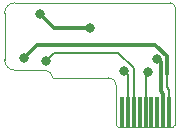
<source format=gbl>
%TF.GenerationSoftware,KiCad,Pcbnew,(6.0.1)*%
%TF.CreationDate,2022-04-24T10:59:57-04:00*%
%TF.ProjectId,UV-Sensor,55562d53-656e-4736-9f72-2e6b69636164,rev?*%
%TF.SameCoordinates,Original*%
%TF.FileFunction,Copper,L4,Bot*%
%TF.FilePolarity,Positive*%
%FSLAX46Y46*%
G04 Gerber Fmt 4.6, Leading zero omitted, Abs format (unit mm)*
G04 Created by KiCad (PCBNEW (6.0.1)) date 2022-04-24 10:59:57*
%MOMM*%
%LPD*%
G01*
G04 APERTURE LIST*
%TA.AperFunction,Profile*%
%ADD10C,0.050000*%
%TD*%
%TA.AperFunction,SMDPad,CuDef*%
%ADD11R,0.347000X2.500000*%
%TD*%
%TA.AperFunction,ViaPad*%
%ADD12C,0.800000*%
%TD*%
%TA.AperFunction,Conductor*%
%ADD13C,0.300000*%
%TD*%
%TA.AperFunction,Conductor*%
%ADD14C,0.200000*%
%TD*%
G04 APERTURE END LIST*
D10*
X141287500Y-104587100D02*
X141287500Y-100650100D01*
X155714700Y-100142100D02*
X155714700Y-106746100D01*
X155714700Y-100142100D02*
G75*
G03*
X155333700Y-99761100I-380999J1D01*
G01*
X145351500Y-106111100D02*
G75*
G03*
X144716500Y-105476100I-634999J1D01*
G01*
X141287500Y-104587100D02*
G75*
G03*
X142176500Y-105476100I889000J0D01*
G01*
X150736300Y-106746100D02*
G75*
G03*
X150101300Y-106111100I-634999J1D01*
G01*
X150101300Y-106111100D02*
X145351500Y-106111100D01*
X142176500Y-99761100D02*
X155333700Y-99761100D01*
X142176500Y-99761100D02*
G75*
G03*
X141287500Y-100650100I0J-889000D01*
G01*
X144716500Y-105476100D02*
X142176500Y-105476100D01*
X155714700Y-106746100D02*
X155714700Y-110096100D01*
X150886300Y-110246100D02*
X155564700Y-110246100D01*
X150736300Y-106746100D02*
X150736300Y-110096100D01*
X155564700Y-110246100D02*
G75*
G03*
X155714700Y-110096100I0J150000D01*
G01*
X150736300Y-110096100D02*
G75*
G03*
X150886300Y-110246100I150000J0D01*
G01*
D11*
X155225500Y-108996100D03*
X154725500Y-108996100D03*
X154225500Y-108996100D03*
X153725500Y-108996100D03*
X153225500Y-108996100D03*
X152725500Y-108996100D03*
X152225500Y-108996100D03*
X151725500Y-108996100D03*
X151225500Y-108996100D03*
D12*
X154200000Y-104500000D03*
X142900000Y-104400000D03*
X148500000Y-101900000D03*
X144300000Y-100700000D03*
X144803034Y-104697825D03*
X153400000Y-105600000D03*
X151400000Y-105500000D03*
D13*
X155000000Y-104300000D02*
X155000000Y-105800000D01*
X154000000Y-103300000D02*
X155000000Y-104300000D01*
X144000000Y-103300000D02*
X154000000Y-103300000D01*
X142900000Y-104400000D02*
X144000000Y-103300000D01*
X154500000Y-104800000D02*
X154200000Y-104500000D01*
X154500000Y-107220600D02*
X154500000Y-104800000D01*
X145500000Y-101900000D02*
X148500000Y-101900000D01*
X144300000Y-100700000D02*
X145500000Y-101900000D01*
X154725500Y-107446100D02*
X154500000Y-107220600D01*
X154725500Y-108996100D02*
X154725500Y-107446100D01*
D14*
X150900000Y-104000000D02*
X145500859Y-104000000D01*
X152225500Y-105325500D02*
X150900000Y-104000000D01*
X145500859Y-104000000D02*
X144803034Y-104697825D01*
X152225500Y-106174500D02*
X152225500Y-105325500D01*
X153225500Y-105774500D02*
X153400000Y-105600000D01*
X153225500Y-108996100D02*
X153225500Y-105774500D01*
X152225500Y-108996100D02*
X152225500Y-106174500D01*
X151725500Y-105825500D02*
X151400000Y-105500000D01*
X151725500Y-108996100D02*
X151725500Y-105825500D01*
X155225500Y-107125500D02*
X155000000Y-106900000D01*
X155000000Y-106900000D02*
X155000000Y-105800000D01*
X155225500Y-108996100D02*
X155225500Y-107125500D01*
M02*

</source>
